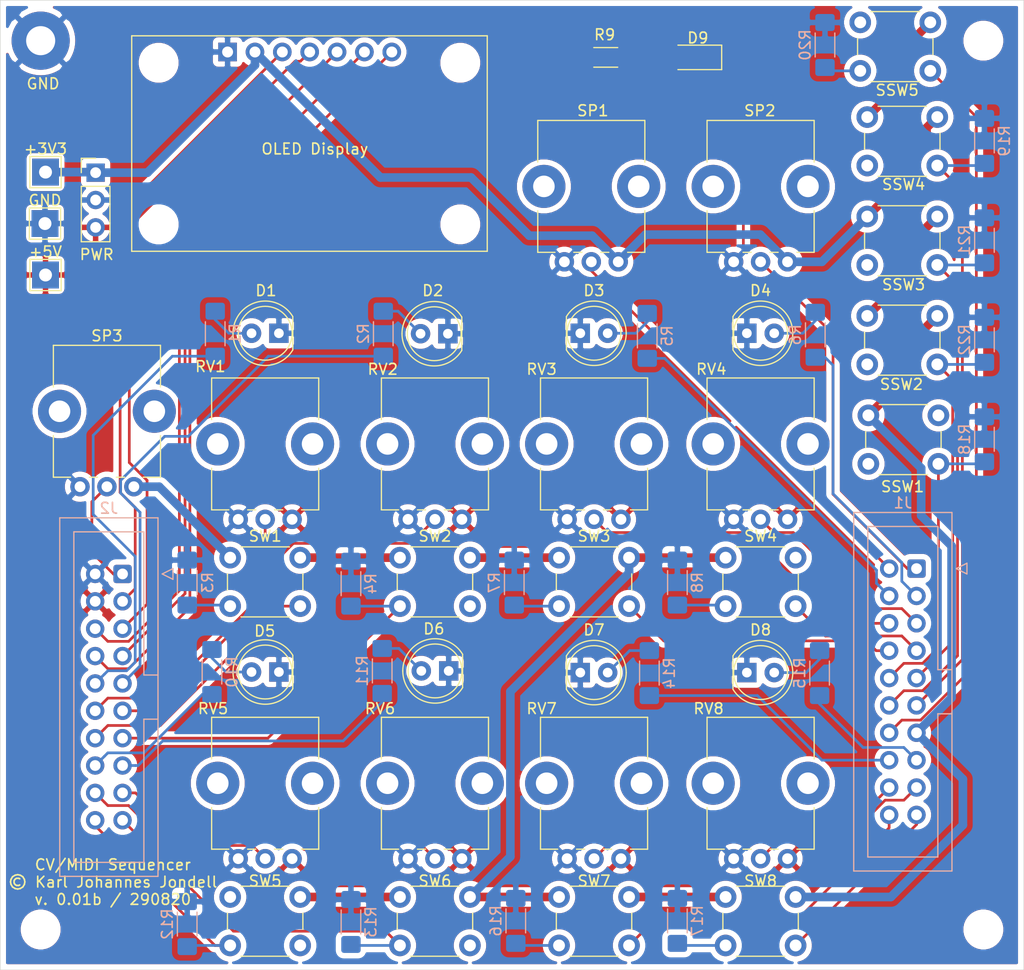
<source format=kicad_pcb>
(kicad_pcb (version 20171130) (host pcbnew "(5.1.6-0-10_14)")
  (layers (0 F.Cu signal hide) (31 B.Cu signal hide) (34 B.Paste user) (35 F.Paste user) (36 B.SilkS user) (37 F.SilkS user) (38 B.Mask user) (39 F.Mask user) (44 Edge.Cuts user))
  (net 0 "")
  (net 1 "Net-(D1-Pad2)")
  (net 2 GND)
  (net 3 "Net-(D2-Pad2)")
  (net 4 "Net-(D3-Pad2)")
  (net 5 "Net-(D4-Pad2)")
  (net 6 "Net-(D5-Pad2)")
  (net 7 "Net-(D6-Pad2)")
  (net 8 "Net-(D7-Pad2)")
  (net 9 "Net-(D8-Pad2)")
  (net 10 "Net-(D9-Pad2)")
  (net 11 L1)
  (net 12 L3)
  (net 13 L5)
  (net 14 L7)
  (net 15 R8)
  (net 16 R6)
  (net 17 R4)
  (net 18 R2)
  (net 19 L2)
  (net 20 L4)
  (net 21 L6)
  (net 22 L8)
  (net 23 R7)
  (net 24 R5)
  (net 25 R3)
  (net 26 R1)
  (net 27 B8)
  (net 28 B6)
  (net 29 B4)
  (net 30 B2)
  (net 31 B7)
  (net 32 B5)
  (net 33 B3)
  (net 34 B1)
  (net 35 +5V)
  (net 36 CLK)
  (net 37 +3V3)
  (net 38 MOSI)
  (net 39 DC)
  (net 40 RES)
  (net 41 CS)
  (net 42 SP3)
  (net 43 SP1)
  (net 44 SP2)
  (net 45 SSW1)
  (net 46 SSW5)
  (net 47 SSW3)
  (net 48 SSW4)
  (net 49 SSW2)
  (module LED_SMD:LED_1206_3216Metric_Pad1.42x1.75mm_HandSolder (layer F.Cu) (at 161.25 55.05 180)
    (fp_text reference D9 (at -0.25 1.8) (layer F.SilkS))
    (fp_text value LED)
    (pad 2 smd roundrect (at 1.4875 0 180) (size 1.425 1.75) (layers F.Cu F.Paste F.Mask) (roundrect_rratio 0.175439) (net 10 "Net-(D9-Pad2)"))
    (pad 1 smd roundrect (at -1.4875 0 180) (size 1.425 1.75) (layers F.Cu F.Paste F.Mask) (roundrect_rratio 0.175439) (net 2 GND))
  )
  (module TestPoint:TestPoint_THTPad_2.5x2.5mm_Drill1.2mm (layer F.Cu) (at 100.95 75.25)
    (fp_text reference +5V (at 0 -2.148) (layer F.SilkS))
    (fp_text value TestPoint)
    (pad 1 thru_hole rect (at 0 0) (size 2.5 2.5) (drill 1.2) (layers *.Cu *.Mask) (net 35 +5V))
  )
  (module TestPoint:TestPoint_THTPad_2.5x2.5mm_Drill1.2mm (layer F.Cu) (at 100.9 70.475)
    (fp_text reference GND (at 0 -2.148) (layer F.SilkS))
    (fp_text value TestPoint)
    (pad 1 thru_hole rect (at 0 0) (size 2.5 2.5) (drill 1.2) (layers *.Cu *.Mask) (net 2 GND))
  )
  (module TestPoint:TestPoint_THTPad_2.5x2.5mm_Drill1.2mm (layer F.Cu) (at 100.95 65.7)
    (fp_text reference +3V3 (at 0 -2.148) (layer F.SilkS))
    (fp_text value TestPoint)
    (pad 1 thru_hole rect (at 0 0) (size 2.5 2.5) (drill 1.2) (layers *.Cu *.Mask) (net 37 +3V3))
  )
  (module Connector_PinHeader_2.54mm:PinHeader_1x03_P2.54mm_Vertical (layer F.Cu) (at 105.6 65.75)
    (fp_text reference PWR (at 0.1 7.6) (layer F.SilkS))
    (fp_text value Conn_01x03_Female)
    (pad 3 thru_hole oval (at 0 5.08) (size 1.7 1.7) (drill 1) (layers *.Cu *.Mask) (net 35 +5V))
    (pad 2 thru_hole oval (at 0 2.54) (size 1.7 1.7) (drill 1) (layers *.Cu *.Mask) (net 2 GND))
    (pad 1 thru_hole rect (at 0 0) (size 1.7 1.7) (drill 1) (layers *.Cu *.Mask) (net 37 +3V3))
  )
  (module Potentiometer_THT:Potentiometer_Bourns_PTV09A-1_Single_Vertical (layer F.Cu) (at 123.838 97.93 90)
    (fp_text reference RV1 (at 14.18 -7.588 180) (layer F.SilkS))
    (fp_text value 100k)
    (pad 3 thru_hole circle (at 0 -5 90) (size 1.8 1.8) (drill 1) (layers *.Cu *.Mask) (net 2 GND))
    (pad 2 thru_hole circle (at 0 -2.5 90) (size 1.8 1.8) (drill 1) (layers *.Cu *.Mask) (net 26 R1))
    (pad 1 thru_hole circle (at 0 0 90) (size 1.8 1.8) (drill 1) (layers *.Cu *.Mask) (net 35 +5V))
    (pad "" np_thru_hole circle (at 7 -6.9 90) (size 4 4) (drill 2) (layers *.Cu *.Mask))
    (pad "" np_thru_hole circle (at 7 1.9 90) (size 4 4) (drill 2) (layers *.Cu *.Mask))
  )
  (module Connector_IDC:IDC-Header_2x10_P2.54mm_Vertical (layer B.Cu) (at 108.1 103 180)
    (fp_text reference J2 (at 1.27 6.1) (layer B.SilkS) (effects (justify mirror)))
    (fp_text value Conn_02x10_Counter_Clockwise)
    (pad 20 thru_hole circle (at 2.54 -22.86 180) (size 1.7 1.7) (drill 1) (layers *.Cu *.Mask) (net 32 B5))
    (pad 18 thru_hole circle (at 2.54 -20.32 180) (size 1.7 1.7) (drill 1) (layers *.Cu *.Mask) (net 24 R5))
    (pad 16 thru_hole circle (at 2.54 -17.78 180) (size 1.7 1.7) (drill 1) (layers *.Cu *.Mask) (net 13 L5))
    (pad 14 thru_hole circle (at 2.54 -15.24 180) (size 1.7 1.7) (drill 1) (layers *.Cu *.Mask) (net 34 B1))
    (pad 12 thru_hole circle (at 2.54 -12.7 180) (size 1.7 1.7) (drill 1) (layers *.Cu *.Mask) (net 26 R1))
    (pad 10 thru_hole circle (at 2.54 -10.16 180) (size 1.7 1.7) (drill 1) (layers *.Cu *.Mask) (net 11 L1))
    (pad 8 thru_hole circle (at 2.54 -7.62 180) (size 1.7 1.7) (drill 1) (layers *.Cu *.Mask) (net 41 CS))
    (pad 6 thru_hole circle (at 2.54 -5.08 180) (size 1.7 1.7) (drill 1) (layers *.Cu *.Mask) (net 40 RES))
    (pad 4 thru_hole circle (at 2.54 -2.54 180) (size 1.7 1.7) (drill 1) (layers *.Cu *.Mask) (net 35 +5V))
    (pad 2 thru_hole circle (at 2.54 0 180) (size 1.7 1.7) (drill 1) (layers *.Cu *.Mask) (net 2 GND))
    (pad 19 thru_hole circle (at 0 -22.86 180) (size 1.7 1.7) (drill 1) (layers *.Cu *.Mask) (net 28 B6))
    (pad 17 thru_hole circle (at 0 -20.32 180) (size 1.7 1.7) (drill 1) (layers *.Cu *.Mask) (net 16 R6))
    (pad 15 thru_hole circle (at 0 -17.78 180) (size 1.7 1.7) (drill 1) (layers *.Cu *.Mask) (net 21 L6))
    (pad 13 thru_hole circle (at 0 -15.24 180) (size 1.7 1.7) (drill 1) (layers *.Cu *.Mask) (net 30 B2))
    (pad 11 thru_hole circle (at 0 -12.7 180) (size 1.7 1.7) (drill 1) (layers *.Cu *.Mask) (net 18 R2))
    (pad 9 thru_hole circle (at 0 -10.16 180) (size 1.7 1.7) (drill 1) (layers *.Cu *.Mask) (net 19 L2))
    (pad 7 thru_hole circle (at 0 -7.62 180) (size 1.7 1.7) (drill 1) (layers *.Cu *.Mask) (net 39 DC))
    (pad 5 thru_hole circle (at 0 -5.08 180) (size 1.7 1.7) (drill 1) (layers *.Cu *.Mask) (net 38 MOSI))
    (pad 3 thru_hole circle (at 0 -2.54 180) (size 1.7 1.7) (drill 1) (layers *.Cu *.Mask) (net 36 CLK))
    (pad 1 thru_hole roundrect (at 0 0 180) (size 1.7 1.7) (drill 1) (layers *.Cu *.Mask) (roundrect_rratio 0.147059) (net 42 SP3))
  )
  (module Connector_IDC:IDC-Header_2x10_P2.54mm_Vertical (layer B.Cu) (at 181.796 102.502 180)
    (fp_text reference J1 (at 1.27 6.1) (layer B.SilkS) (effects (justify mirror)))
    (fp_text value Ribbon)
    (pad 1 thru_hole roundrect (at 0 0 180) (size 1.7 1.7) (drill 1) (layers *.Cu *.Mask) (roundrect_rratio 0.147059) (net 44 SP2))
    (pad 3 thru_hole circle (at 0 -2.54 180) (size 1.7 1.7) (drill 1) (layers *.Cu *.Mask) (net 20 L4))
    (pad 5 thru_hole circle (at 0 -5.08 180) (size 1.7 1.7) (drill 1) (layers *.Cu *.Mask) (net 17 R4))
    (pad 7 thru_hole circle (at 0 -7.62 180) (size 1.7 1.7) (drill 1) (layers *.Cu *.Mask) (net 29 B4))
    (pad 9 thru_hole circle (at 0 -10.16 180) (size 1.7 1.7) (drill 1) (layers *.Cu *.Mask) (net 48 SSW4))
    (pad 11 thru_hole circle (at 0 -12.7 180) (size 1.7 1.7) (drill 1) (layers *.Cu *.Mask) (net 46 SSW5))
    (pad 13 thru_hole circle (at 0 -15.24 180) (size 1.7 1.7) (drill 1) (layers *.Cu *.Mask) (net 37 +3V3))
    (pad 15 thru_hole circle (at 0 -17.78 180) (size 1.7 1.7) (drill 1) (layers *.Cu *.Mask) (net 22 L8))
    (pad 17 thru_hole circle (at 0 -20.32 180) (size 1.7 1.7) (drill 1) (layers *.Cu *.Mask) (net 15 R8))
    (pad 19 thru_hole circle (at 0 -22.86 180) (size 1.7 1.7) (drill 1) (layers *.Cu *.Mask) (net 27 B8))
    (pad 2 thru_hole circle (at 2.54 0 180) (size 1.7 1.7) (drill 1) (layers *.Cu *.Mask) (net 43 SP1))
    (pad 4 thru_hole circle (at 2.54 -2.54 180) (size 1.7 1.7) (drill 1) (layers *.Cu *.Mask) (net 12 L3))
    (pad 6 thru_hole circle (at 2.54 -5.08 180) (size 1.7 1.7) (drill 1) (layers *.Cu *.Mask) (net 25 R3))
    (pad 8 thru_hole circle (at 2.54 -7.62 180) (size 1.7 1.7) (drill 1) (layers *.Cu *.Mask) (net 33 B3))
    (pad 10 thru_hole circle (at 2.54 -10.16 180) (size 1.7 1.7) (drill 1) (layers *.Cu *.Mask) (net 45 SSW1))
    (pad 12 thru_hole circle (at 2.54 -12.7 180) (size 1.7 1.7) (drill 1) (layers *.Cu *.Mask) (net 47 SSW3))
    (pad 14 thru_hole circle (at 2.54 -15.24 180) (size 1.7 1.7) (drill 1) (layers *.Cu *.Mask) (net 49 SSW2))
    (pad 16 thru_hole circle (at 2.54 -17.78 180) (size 1.7 1.7) (drill 1) (layers *.Cu *.Mask) (net 14 L7))
    (pad 18 thru_hole circle (at 2.54 -20.32 180) (size 1.7 1.7) (drill 1) (layers *.Cu *.Mask) (net 23 R7))
    (pad 20 thru_hole circle (at 2.54 -22.86 180) (size 1.7 1.7) (drill 1) (layers *.Cu *.Mask) (net 31 B7))
  )
  (module Resistor_SMD:R_1806_4516Metric_Pad1.57x1.80mm_HandSolder (layer B.Cu) (at 172.8 112.2 270)
    (fp_text reference R15 (at 0 1.85 90) (layer B.SilkS) (effects (justify mirror)))
    (fp_text value R)
    (pad 2 smd roundrect (at 2.0875 0 270) (size 1.575 1.8) (layers B.Cu B.Paste B.Mask) (roundrect_rratio 0.15873) (net 22 L8))
    (pad 1 smd roundrect (at -2.0875 0 270) (size 1.575 1.8) (layers B.Cu B.Paste B.Mask) (roundrect_rratio 0.15873) (net 9 "Net-(D8-Pad2)"))
  )
  (module Resistor_SMD:R_1806_4516Metric_Pad1.57x1.80mm_HandSolder (layer B.Cu) (at 188.1 81.266666 270)
    (fp_text reference R22 (at 0 1.85 90) (layer B.SilkS) (effects (justify mirror)))
    (fp_text value R)
    (pad 2 smd roundrect (at 2.0875 0 270) (size 1.575 1.8) (layers B.Cu B.Paste B.Mask) (roundrect_rratio 0.15873) (net 48 SSW4))
    (pad 1 smd roundrect (at -2.0875 0 270) (size 1.575 1.8) (layers B.Cu B.Paste B.Mask) (roundrect_rratio 0.15873) (net 2 GND))
  )
  (module Resistor_SMD:R_1806_4516Metric_Pad1.57x1.80mm_HandSolder (layer B.Cu) (at 188.1 72.033333 270)
    (fp_text reference R21 (at 0 1.85 90) (layer B.SilkS) (effects (justify mirror)))
    (fp_text value R)
    (pad 2 smd roundrect (at 2.0875 0 270) (size 1.575 1.8) (layers B.Cu B.Paste B.Mask) (roundrect_rratio 0.15873) (net 47 SSW3))
    (pad 1 smd roundrect (at -2.0875 0 270) (size 1.575 1.8) (layers B.Cu B.Paste B.Mask) (roundrect_rratio 0.15873) (net 2 GND))
  )
  (module Resistor_SMD:R_1806_4516Metric_Pad1.57x1.80mm_HandSolder (layer B.Cu) (at 173.3 53.9 270)
    (fp_text reference R20 (at 0 1.85 90) (layer B.SilkS) (effects (justify mirror)))
    (fp_text value R)
    (pad 2 smd roundrect (at 2.0875 0 270) (size 1.575 1.8) (layers B.Cu B.Paste B.Mask) (roundrect_rratio 0.15873) (net 49 SSW2))
    (pad 1 smd roundrect (at -2.0875 0 270) (size 1.575 1.8) (layers B.Cu B.Paste B.Mask) (roundrect_rratio 0.15873) (net 2 GND))
  )
  (module Resistor_SMD:R_1806_4516Metric_Pad1.57x1.80mm_HandSolder (layer B.Cu) (at 188.1 62.8 90)
    (fp_text reference R19 (at 0 1.85 90) (layer B.SilkS) (effects (justify mirror)))
    (fp_text value R)
    (pad 2 smd roundrect (at 2.0875 0 90) (size 1.575 1.8) (layers B.Cu B.Paste B.Mask) (roundrect_rratio 0.15873) (net 2 GND))
    (pad 1 smd roundrect (at -2.0875 0 90) (size 1.575 1.8) (layers B.Cu B.Paste B.Mask) (roundrect_rratio 0.15873) (net 46 SSW5))
  )
  (module Resistor_SMD:R_1806_4516Metric_Pad1.57x1.80mm_HandSolder (layer B.Cu) (at 188.1 90.5 270)
    (fp_text reference R18 (at 0 1.85 90) (layer B.SilkS) (effects (justify mirror)))
    (fp_text value R)
    (pad 2 smd roundrect (at 2.0875 0 270) (size 1.575 1.8) (layers B.Cu B.Paste B.Mask) (roundrect_rratio 0.15873) (net 45 SSW1))
    (pad 1 smd roundrect (at -2.0875 0 270) (size 1.575 1.8) (layers B.Cu B.Paste B.Mask) (roundrect_rratio 0.15873) (net 2 GND))
  )
  (module Display:OLED_SPI_128x32 (layer F.Cu) (at 125.95 63.05)
    (fp_text reference "OLED Display" (at 0 0.5) (layer F.SilkS))
    (fp_text value OLED)
    (pad "" np_thru_hole circle (at 13.5 7.5) (size 2.7 2.7) (drill 2.7) (layers *.Cu *.Mask))
    (pad "" np_thru_hole circle (at 13.5 -7.5) (size 2.7 2.7) (drill 2.7) (layers *.Cu *.Mask))
    (pad "" np_thru_hole circle (at -14.5 7.5) (size 2.7 2.7) (drill 2.7) (layers *.Cu *.Mask))
    (pad "" np_thru_hole circle (at -14.5 -7.5) (size 2.7 2.7) (drill 2.7) (layers *.Cu *.Mask))
    (pad 7 thru_hole oval (at 7.14 -8.5 90) (size 1.7272 1.7272) (drill 1.016) (layers *.Cu *.Mask) (net 41 CS))
    (pad 5 thru_hole oval (at 2.06 -8.5 90) (size 1.7272 1.7272) (drill 1.016) (layers *.Cu *.Mask) (net 40 RES))
    (pad 6 thru_hole oval (at 4.6 -8.5 90) (size 1.7272 1.7272) (drill 1.016) (layers *.Cu *.Mask) (net 39 DC))
    (pad 1 thru_hole rect (at -8.1 -8.5 90) (size 1.7272 1.7272) (drill 1.016) (layers *.Cu *.Mask) (net 2 GND))
    (pad 4 thru_hole oval (at -0.48 -8.5 90) (size 1.7272 1.7272) (drill 1.016) (layers *.Cu *.Mask) (net 38 MOSI))
    (pad 2 thru_hole oval (at -5.56 -8.5 90) (size 1.7272 1.7272) (drill 1.016) (layers *.Cu *.Mask) (net 37 +3V3))
    (pad 3 thru_hole oval (at -3.02 -8.5 90) (size 1.7272 1.7272) (drill 1.016) (layers *.Cu *.Mask) (net 36 CLK))
  )
  (module Potentiometer_THT:Potentiometer_Bourns_PTV09A-1_Single_Vertical (layer F.Cu) (at 109.15 94.9 90)
    (fp_text reference SP3 (at 14 -2.5 180) (layer F.SilkS))
    (fp_text value R_POT)
    (pad 3 thru_hole circle (at 0 -5 90) (size 1.8 1.8) (drill 1) (layers *.Cu *.Mask) (net 2 GND))
    (pad 2 thru_hole circle (at 0 -2.5 90) (size 1.8 1.8) (drill 1) (layers *.Cu *.Mask) (net 42 SP3))
    (pad 1 thru_hole circle (at 0 0 90) (size 1.8 1.8) (drill 1) (layers *.Cu *.Mask) (net 37 +3V3))
    (pad "" np_thru_hole circle (at 7 -6.9 90) (size 4 4) (drill 2) (layers *.Cu *.Mask))
    (pad "" np_thru_hole circle (at 7 1.9 90) (size 4 4) (drill 2) (layers *.Cu *.Mask))
  )
  (module Potentiometer_THT:Potentiometer_Bourns_PTV09A-1_Single_Vertical (layer F.Cu) (at 169.823 74.026 90)
    (fp_text reference SP2 (at 14.026 -2.573 180) (layer F.SilkS))
    (fp_text value R_POT)
    (pad "" np_thru_hole circle (at 7 1.9 90) (size 4 4) (drill 2) (layers *.Cu *.Mask))
    (pad "" np_thru_hole circle (at 7 -6.9 90) (size 4 4) (drill 2) (layers *.Cu *.Mask))
    (pad 1 thru_hole circle (at 0 0 90) (size 1.8 1.8) (drill 1) (layers *.Cu *.Mask) (net 37 +3V3))
    (pad 2 thru_hole circle (at 0 -2.5 90) (size 1.8 1.8) (drill 1) (layers *.Cu *.Mask) (net 44 SP2))
    (pad 3 thru_hole circle (at 0 -5 90) (size 1.8 1.8) (drill 1) (layers *.Cu *.Mask) (net 2 GND))
  )
  (module Potentiometer_THT:Potentiometer_Bourns_PTV09A-1_Single_Vertical (layer F.Cu) (at 154.11 74.026 90)
    (fp_text reference SP1 (at 14.026 -2.36 180) (layer F.SilkS))
    (fp_text value R_POT)
    (pad 3 thru_hole circle (at 0 -5 90) (size 1.8 1.8) (drill 1) (layers *.Cu *.Mask) (net 2 GND))
    (pad 2 thru_hole circle (at 0 -2.5 90) (size 1.8 1.8) (drill 1) (layers *.Cu *.Mask) (net 43 SP1))
    (pad 1 thru_hole circle (at 0 0 90) (size 1.8 1.8) (drill 1) (layers *.Cu *.Mask) (net 37 +3V3))
    (pad "" np_thru_hole circle (at 7 -6.9 90) (size 4 4) (drill 2) (layers *.Cu *.Mask))
    (pad "" np_thru_hole circle (at 7 1.9 90) (size 4 4) (drill 2) (layers *.Cu *.Mask))
  )
  (module Potentiometer_THT:Potentiometer_Bourns_PTV09A-1_Single_Vertical (layer F.Cu) (at 169.823 129.426 90)
    (fp_text reference RV8 (at 13.926 -7.323 180) (layer F.SilkS))
    (fp_text value 100k)
    (pad "" np_thru_hole circle (at 7 1.9 90) (size 4 4) (drill 2) (layers *.Cu *.Mask))
    (pad "" np_thru_hole circle (at 7 -6.9 90) (size 4 4) (drill 2) (layers *.Cu *.Mask))
    (pad 1 thru_hole circle (at 0 0 90) (size 1.8 1.8) (drill 1) (layers *.Cu *.Mask) (net 35 +5V))
    (pad 2 thru_hole circle (at 0 -2.5 90) (size 1.8 1.8) (drill 1) (layers *.Cu *.Mask) (net 15 R8))
    (pad 3 thru_hole circle (at 0 -5 90) (size 1.8 1.8) (drill 1) (layers *.Cu *.Mask) (net 2 GND))
  )
  (module Potentiometer_THT:Potentiometer_Bourns_PTV09A-1_Single_Vertical (layer F.Cu) (at 154.364 129.426 90)
    (fp_text reference RV7 (at 13.926 -7.364 180) (layer F.SilkS))
    (fp_text value 100k)
    (pad 3 thru_hole circle (at 0 -5 90) (size 1.8 1.8) (drill 1) (layers *.Cu *.Mask) (net 2 GND))
    (pad 2 thru_hole circle (at 0 -2.5 90) (size 1.8 1.8) (drill 1) (layers *.Cu *.Mask) (net 23 R7))
    (pad 1 thru_hole circle (at 0 0 90) (size 1.8 1.8) (drill 1) (layers *.Cu *.Mask) (net 35 +5V))
    (pad "" np_thru_hole circle (at 7 -6.9 90) (size 4 4) (drill 2) (layers *.Cu *.Mask))
    (pad "" np_thru_hole circle (at 7 1.9 90) (size 4 4) (drill 2) (layers *.Cu *.Mask))
  )
  (module Potentiometer_THT:Potentiometer_Bourns_PTV09A-1_Single_Vertical (layer F.Cu) (at 139.597 129.426 90)
    (fp_text reference RV6 (at 13.926 -7.597 180) (layer F.SilkS))
    (fp_text value 100k)
    (pad 3 thru_hole circle (at 0 -5 90) (size 1.8 1.8) (drill 1) (layers *.Cu *.Mask) (net 2 GND))
    (pad 2 thru_hole circle (at 0 -2.5 90) (size 1.8 1.8) (drill 1) (layers *.Cu *.Mask) (net 16 R6))
    (pad 1 thru_hole circle (at 0 0 90) (size 1.8 1.8) (drill 1) (layers *.Cu *.Mask) (net 35 +5V))
    (pad "" np_thru_hole circle (at 7 -6.9 90) (size 4 4) (drill 2) (layers *.Cu *.Mask))
    (pad "" np_thru_hole circle (at 7 1.9 90) (size 4 4) (drill 2) (layers *.Cu *.Mask))
  )
  (module Potentiometer_THT:Potentiometer_Bourns_PTV09A-1_Single_Vertical (layer F.Cu) (at 123.838 129.426 90)
    (fp_text reference RV5 (at 13.926 -7.338 180) (layer F.SilkS))
    (fp_text value 100k)
    (pad 3 thru_hole circle (at 0 -5 90) (size 1.8 1.8) (drill 1) (layers *.Cu *.Mask) (net 2 GND))
    (pad 2 thru_hole circle (at 0 -2.5 90) (size 1.8 1.8) (drill 1) (layers *.Cu *.Mask) (net 24 R5))
    (pad 1 thru_hole circle (at 0 0 90) (size 1.8 1.8) (drill 1) (layers *.Cu *.Mask) (net 35 +5V))
    (pad "" np_thru_hole circle (at 7 -6.9 90) (size 4 4) (drill 2) (layers *.Cu *.Mask))
    (pad "" np_thru_hole circle (at 7 1.9 90) (size 4 4) (drill 2) (layers *.Cu *.Mask))
  )
  (module Potentiometer_THT:Potentiometer_Bourns_PTV09A-1_Single_Vertical (layer F.Cu) (at 169.823 97.93 90)
    (fp_text reference RV4 (at 13.93 -7.073 180) (layer F.SilkS))
    (fp_text value 100k)
    (pad "" np_thru_hole circle (at 7 1.9 90) (size 4 4) (drill 2) (layers *.Cu *.Mask))
    (pad "" np_thru_hole circle (at 7 -6.9 90) (size 4 4) (drill 2) (layers *.Cu *.Mask))
    (pad 1 thru_hole circle (at 0 0 90) (size 1.8 1.8) (drill 1) (layers *.Cu *.Mask) (net 35 +5V))
    (pad 2 thru_hole circle (at 0 -2.5 90) (size 1.8 1.8) (drill 1) (layers *.Cu *.Mask) (net 17 R4))
    (pad 3 thru_hole circle (at 0 -5 90) (size 1.8 1.8) (drill 1) (layers *.Cu *.Mask) (net 2 GND))
  )
  (module Potentiometer_THT:Potentiometer_Bourns_PTV09A-1_Single_Vertical (layer F.Cu) (at 154.364 97.93 90)
    (fp_text reference RV3 (at 13.93 -7.364 180) (layer F.SilkS))
    (fp_text value 100k)
    (pad 3 thru_hole circle (at 0 -5 90) (size 1.8 1.8) (drill 1) (layers *.Cu *.Mask) (net 2 GND))
    (pad 2 thru_hole circle (at 0 -2.5 90) (size 1.8 1.8) (drill 1) (layers *.Cu *.Mask) (net 25 R3))
    (pad 1 thru_hole circle (at 0 0 90) (size 1.8 1.8) (drill 1) (layers *.Cu *.Mask) (net 35 +5V))
    (pad "" np_thru_hole circle (at 7 -6.9 90) (size 4 4) (drill 2) (layers *.Cu *.Mask))
    (pad "" np_thru_hole circle (at 7 1.9 90) (size 4 4) (drill 2) (layers *.Cu *.Mask))
  )
  (module Potentiometer_THT:Potentiometer_Bourns_PTV09A-1_Single_Vertical (layer F.Cu) (at 139.597 97.93 90)
    (fp_text reference RV2 (at 13.93 -7.347 180) (layer F.SilkS))
    (fp_text value 100k)
    (pad 3 thru_hole circle (at 0 -5 90) (size 1.8 1.8) (drill 1) (layers *.Cu *.Mask) (net 2 GND))
    (pad 2 thru_hole circle (at 0 -2.5 90) (size 1.8 1.8) (drill 1) (layers *.Cu *.Mask) (net 18 R2))
    (pad 1 thru_hole circle (at 0 0 90) (size 1.8 1.8) (drill 1) (layers *.Cu *.Mask) (net 35 +5V))
    (pad "" np_thru_hole circle (at 7 -6.9 90) (size 4 4) (drill 2) (layers *.Cu *.Mask))
    (pad "" np_thru_hole circle (at 7 1.9 90) (size 4 4) (drill 2) (layers *.Cu *.Mask))
  )
  (module Button_Switch_THT:SW_PUSH_6mm_H5mm (layer F.Cu) (at 183.073 56.3 180)
    (fp_text reference SSW5 (at 3.073 -1.8) (layer F.SilkS))
    (fp_text value SW_Push)
    (pad 2 thru_hole circle (at 0 4.5 270) (size 2 2) (drill 1.1) (layers *.Cu *.Mask) (net 37 +3V3))
    (pad 1 thru_hole circle (at 0 0 270) (size 2 2) (drill 1.1) (layers *.Cu *.Mask) (net 49 SSW2))
    (pad 2 thru_hole circle (at 6.5 4.5 270) (size 2 2) (drill 1.1) (layers *.Cu *.Mask) (net 37 +3V3))
    (pad 1 thru_hole circle (at 6.5 0 270) (size 2 2) (drill 1.1) (layers *.Cu *.Mask) (net 49 SSW2))
  )
  (module Button_Switch_THT:SW_PUSH_6mm_H5mm (layer F.Cu) (at 177.328 88.278)
    (fp_text reference SSW1 (at 3.172 6.622) (layer F.SilkS))
    (fp_text value SW_Push)
    (pad 1 thru_hole circle (at 6.5 0 90) (size 2 2) (drill 1.1) (layers *.Cu *.Mask) (net 37 +3V3))
    (pad 2 thru_hole circle (at 6.5 4.5 90) (size 2 2) (drill 1.1) (layers *.Cu *.Mask) (net 45 SSW1))
    (pad 1 thru_hole circle (at 0 0 90) (size 2 2) (drill 1.1) (layers *.Cu *.Mask) (net 37 +3V3))
    (pad 2 thru_hole circle (at 0 4.5 90) (size 2 2) (drill 1.1) (layers *.Cu *.Mask) (net 45 SSW1))
  )
  (module Button_Switch_THT:SW_PUSH_6mm_H5mm (layer F.Cu) (at 177.224 69.820666)
    (fp_text reference SSW3 (at 3.376 6.329334) (layer F.SilkS))
    (fp_text value SW_Push)
    (pad 1 thru_hole circle (at 6.5 0 90) (size 2 2) (drill 1.1) (layers *.Cu *.Mask) (net 37 +3V3))
    (pad 2 thru_hole circle (at 6.5 4.5 90) (size 2 2) (drill 1.1) (layers *.Cu *.Mask) (net 47 SSW3))
    (pad 1 thru_hole circle (at 0 0 90) (size 2 2) (drill 1.1) (layers *.Cu *.Mask) (net 37 +3V3))
    (pad 2 thru_hole circle (at 0 4.5 90) (size 2 2) (drill 1.1) (layers *.Cu *.Mask) (net 47 SSW3))
  )
  (module Button_Switch_THT:SW_PUSH_6mm_H5mm (layer F.Cu) (at 177.224 79.049332)
    (fp_text reference SSW2 (at 3.176 6.350668) (layer F.SilkS))
    (fp_text value SW_Push)
    (pad 1 thru_hole circle (at 6.5 0 90) (size 2 2) (drill 1.1) (layers *.Cu *.Mask) (net 37 +3V3))
    (pad 2 thru_hole circle (at 6.5 4.5 90) (size 2 2) (drill 1.1) (layers *.Cu *.Mask) (net 48 SSW4))
    (pad 1 thru_hole circle (at 0 0 90) (size 2 2) (drill 1.1) (layers *.Cu *.Mask) (net 37 +3V3))
    (pad 2 thru_hole circle (at 0 4.5 90) (size 2 2) (drill 1.1) (layers *.Cu *.Mask) (net 48 SSW4))
  )
  (module Button_Switch_THT:SW_PUSH_6mm_H5mm (layer F.Cu) (at 177.224 60.592)
    (fp_text reference SSW4 (at 3.376 6.258) (layer F.SilkS))
    (fp_text value SW_Push)
    (pad 1 thru_hole circle (at 6.5 0 90) (size 2 2) (drill 1.1) (layers *.Cu *.Mask) (net 37 +3V3))
    (pad 2 thru_hole circle (at 6.5 4.5 90) (size 2 2) (drill 1.1) (layers *.Cu *.Mask) (net 46 SSW5))
    (pad 1 thru_hole circle (at 0 0 90) (size 2 2) (drill 1.1) (layers *.Cu *.Mask) (net 37 +3V3))
    (pad 2 thru_hole circle (at 0 4.5 90) (size 2 2) (drill 1.1) (layers *.Cu *.Mask) (net 46 SSW5))
  )
  (module Button_Switch_THT:SW_PUSH_6mm_H5mm (layer F.Cu) (at 164.073 132.982)
    (fp_text reference SW8 (at 3.25 -1.482) (layer F.SilkS))
    (fp_text value SW_Push)
    (pad 2 thru_hole circle (at 0 4.5 90) (size 2 2) (drill 1.1) (layers *.Cu *.Mask) (net 27 B8))
    (pad 1 thru_hole circle (at 0 0 90) (size 2 2) (drill 1.1) (layers *.Cu *.Mask) (net 37 +3V3))
    (pad 2 thru_hole circle (at 6.5 4.5 90) (size 2 2) (drill 1.1) (layers *.Cu *.Mask) (net 27 B8))
    (pad 1 thru_hole circle (at 6.5 0 90) (size 2 2) (drill 1.1) (layers *.Cu *.Mask) (net 37 +3V3))
  )
  (module Button_Switch_THT:SW_PUSH_6mm_H5mm (layer F.Cu) (at 148.614 132.982)
    (fp_text reference SW7 (at 3.25 -1.482) (layer F.SilkS))
    (fp_text value SW_Push)
    (pad 1 thru_hole circle (at 6.5 0 90) (size 2 2) (drill 1.1) (layers *.Cu *.Mask) (net 37 +3V3))
    (pad 2 thru_hole circle (at 6.5 4.5 90) (size 2 2) (drill 1.1) (layers *.Cu *.Mask) (net 31 B7))
    (pad 1 thru_hole circle (at 0 0 90) (size 2 2) (drill 1.1) (layers *.Cu *.Mask) (net 37 +3V3))
    (pad 2 thru_hole circle (at 0 4.5 90) (size 2 2) (drill 1.1) (layers *.Cu *.Mask) (net 31 B7))
  )
  (module Button_Switch_THT:SW_PUSH_6mm_H5mm (layer F.Cu) (at 133.847 132.982)
    (fp_text reference SW6 (at 3.25 -1.482) (layer F.SilkS))
    (fp_text value SW_Push)
    (pad 1 thru_hole circle (at 6.5 0 90) (size 2 2) (drill 1.1) (layers *.Cu *.Mask) (net 37 +3V3))
    (pad 2 thru_hole circle (at 6.5 4.5 90) (size 2 2) (drill 1.1) (layers *.Cu *.Mask) (net 28 B6))
    (pad 1 thru_hole circle (at 0 0 90) (size 2 2) (drill 1.1) (layers *.Cu *.Mask) (net 37 +3V3))
    (pad 2 thru_hole circle (at 0 4.5 90) (size 2 2) (drill 1.1) (layers *.Cu *.Mask) (net 28 B6))
  )
  (module Button_Switch_THT:SW_PUSH_6mm_H5mm (layer F.Cu) (at 118.088 132.982)
    (fp_text reference SW5 (at 3.25 -1.482) (layer F.SilkS))
    (fp_text value SW_Push)
    (pad 1 thru_hole circle (at 6.5 0 90) (size 2 2) (drill 1.1) (layers *.Cu *.Mask) (net 37 +3V3))
    (pad 2 thru_hole circle (at 6.5 4.5 90) (size 2 2) (drill 1.1) (layers *.Cu *.Mask) (net 32 B5))
    (pad 1 thru_hole circle (at 0 0 90) (size 2 2) (drill 1.1) (layers *.Cu *.Mask) (net 37 +3V3))
    (pad 2 thru_hole circle (at 0 4.5 90) (size 2 2) (drill 1.1) (layers *.Cu *.Mask) (net 32 B5))
  )
  (module Button_Switch_THT:SW_PUSH_6mm_H5mm (layer F.Cu) (at 164.073 101.486)
    (fp_text reference SW4 (at 3.25 -2) (layer F.SilkS))
    (fp_text value SW_Push)
    (pad 2 thru_hole circle (at 0 4.5 90) (size 2 2) (drill 1.1) (layers *.Cu *.Mask) (net 29 B4))
    (pad 1 thru_hole circle (at 0 0 90) (size 2 2) (drill 1.1) (layers *.Cu *.Mask) (net 37 +3V3))
    (pad 2 thru_hole circle (at 6.5 4.5 90) (size 2 2) (drill 1.1) (layers *.Cu *.Mask) (net 29 B4))
    (pad 1 thru_hole circle (at 6.5 0 90) (size 2 2) (drill 1.1) (layers *.Cu *.Mask) (net 37 +3V3))
  )
  (module Button_Switch_THT:SW_PUSH_6mm_H5mm (layer F.Cu) (at 148.614 101.486)
    (fp_text reference SW3 (at 3.25 -2) (layer F.SilkS))
    (fp_text value SW_Push)
    (pad 1 thru_hole circle (at 6.5 0 90) (size 2 2) (drill 1.1) (layers *.Cu *.Mask) (net 37 +3V3))
    (pad 2 thru_hole circle (at 6.5 4.5 90) (size 2 2) (drill 1.1) (layers *.Cu *.Mask) (net 33 B3))
    (pad 1 thru_hole circle (at 0 0 90) (size 2 2) (drill 1.1) (layers *.Cu *.Mask) (net 37 +3V3))
    (pad 2 thru_hole circle (at 0 4.5 90) (size 2 2) (drill 1.1) (layers *.Cu *.Mask) (net 33 B3))
  )
  (module Button_Switch_THT:SW_PUSH_6mm_H5mm (layer F.Cu) (at 133.847 101.486)
    (fp_text reference SW2 (at 3.25 -2) (layer F.SilkS))
    (fp_text value SW_Push)
    (pad 1 thru_hole circle (at 6.5 0 90) (size 2 2) (drill 1.1) (layers *.Cu *.Mask) (net 37 +3V3))
    (pad 2 thru_hole circle (at 6.5 4.5 90) (size 2 2) (drill 1.1) (layers *.Cu *.Mask) (net 30 B2))
    (pad 1 thru_hole circle (at 0 0 90) (size 2 2) (drill 1.1) (layers *.Cu *.Mask) (net 37 +3V3))
    (pad 2 thru_hole circle (at 0 4.5 90) (size 2 2) (drill 1.1) (layers *.Cu *.Mask) (net 30 B2))
  )
  (module Button_Switch_THT:SW_PUSH_6mm_H5mm (layer F.Cu) (at 118.088 101.486)
    (fp_text reference SW1 (at 3.25 -2) (layer F.SilkS))
    (fp_text value SW_Push)
    (pad 1 thru_hole circle (at 6.5 0 90) (size 2 2) (drill 1.1) (layers *.Cu *.Mask) (net 37 +3V3))
    (pad 2 thru_hole circle (at 6.5 4.5 90) (size 2 2) (drill 1.1) (layers *.Cu *.Mask) (net 34 B1))
    (pad 1 thru_hole circle (at 0 0 90) (size 2 2) (drill 1.1) (layers *.Cu *.Mask) (net 37 +3V3))
    (pad 2 thru_hole circle (at 0 4.5 90) (size 2 2) (drill 1.1) (layers *.Cu *.Mask) (net 34 B1))
  )
  (module Resistor_SMD:R_1806_4516Metric_Pad1.57x1.80mm_HandSolder (layer B.Cu) (at 159.6 135.2 90)
    (fp_text reference R17 (at 0 1.85 90) (layer B.SilkS) (effects (justify mirror)))
    (fp_text value R)
    (pad 2 smd roundrect (at 2.0875 0 90) (size 1.575 1.8) (layers B.Cu B.Paste B.Mask) (roundrect_rratio 0.15873) (net 2 GND))
    (pad 1 smd roundrect (at -2.0875 0 90) (size 1.575 1.8) (layers B.Cu B.Paste B.Mask) (roundrect_rratio 0.15873) (net 27 B8))
  )
  (module Resistor_SMD:R_1806_4516Metric_Pad1.57x1.80mm_HandSolder (layer B.Cu) (at 144.6 135.2 270)
    (fp_text reference R16 (at 0 1.85 90) (layer B.SilkS) (effects (justify mirror)))
    (fp_text value R)
    (pad 2 smd roundrect (at 2.0875 0 270) (size 1.575 1.8) (layers B.Cu B.Paste B.Mask) (roundrect_rratio 0.15873) (net 31 B7))
    (pad 1 smd roundrect (at -2.0875 0 270) (size 1.575 1.8) (layers B.Cu B.Paste B.Mask) (roundrect_rratio 0.15873) (net 2 GND))
  )
  (module Resistor_SMD:R_1806_4516Metric_Pad1.57x1.80mm_HandSolder (layer B.Cu) (at 157 112.2 90)
    (fp_text reference R14 (at 0 1.85 90) (layer B.SilkS) (effects (justify mirror)))
    (fp_text value R)
    (pad 2 smd roundrect (at 2.0875 0 90) (size 1.575 1.8) (layers B.Cu B.Paste B.Mask) (roundrect_rratio 0.15873) (net 8 "Net-(D7-Pad2)"))
    (pad 1 smd roundrect (at -2.0875 0 90) (size 1.575 1.8) (layers B.Cu B.Paste B.Mask) (roundrect_rratio 0.15873) (net 14 L7))
  )
  (module Resistor_SMD:R_1806_4516Metric_Pad1.57x1.80mm_HandSolder (layer B.Cu) (at 129.3 135.3 90)
    (fp_text reference R13 (at 0 1.85 90) (layer B.SilkS) (effects (justify mirror)))
    (fp_text value R)
    (pad 1 smd roundrect (at -2.0875 0 90) (size 1.575 1.8) (layers B.Cu B.Paste B.Mask) (roundrect_rratio 0.15873) (net 28 B6))
    (pad 2 smd roundrect (at 2.0875 0 90) (size 1.575 1.8) (layers B.Cu B.Paste B.Mask) (roundrect_rratio 0.15873) (net 2 GND))
  )
  (module Resistor_SMD:R_1806_4516Metric_Pad1.57x1.80mm_HandSolder (layer B.Cu) (at 114.1 135.5 270)
    (fp_text reference R12 (at 0 1.85 90) (layer B.SilkS) (effects (justify mirror)))
    (fp_text value R)
    (pad 2 smd roundrect (at 2.0875 0 270) (size 1.575 1.8) (layers B.Cu B.Paste B.Mask) (roundrect_rratio 0.15873) (net 32 B5))
    (pad 1 smd roundrect (at -2.0875 0 270) (size 1.575 1.8) (layers B.Cu B.Paste B.Mask) (roundrect_rratio 0.15873) (net 2 GND))
  )
  (module Resistor_SMD:R_1806_4516Metric_Pad1.57x1.80mm_HandSolder (layer B.Cu) (at 132.2 112 270)
    (fp_text reference R11 (at 0 1.85 90) (layer B.SilkS) (effects (justify mirror)))
    (fp_text value R)
    (pad 2 smd roundrect (at 2.0875 0 270) (size 1.575 1.8) (layers B.Cu B.Paste B.Mask) (roundrect_rratio 0.15873) (net 21 L6))
    (pad 1 smd roundrect (at -2.0875 0 270) (size 1.575 1.8) (layers B.Cu B.Paste B.Mask) (roundrect_rratio 0.15873) (net 7 "Net-(D6-Pad2)"))
  )
  (module Resistor_SMD:R_1806_4516Metric_Pad1.57x1.80mm_HandSolder (layer B.Cu) (at 116.4 112.1 90)
    (fp_text reference R10 (at 0 1.85 90) (layer B.SilkS) (effects (justify mirror)))
    (fp_text value R)
    (pad 2 smd roundrect (at 2.0875 0 90) (size 1.575 1.8) (layers B.Cu B.Paste B.Mask) (roundrect_rratio 0.15873) (net 6 "Net-(D5-Pad2)"))
    (pad 1 smd roundrect (at -2.0875 0 90) (size 1.575 1.8) (layers B.Cu B.Paste B.Mask) (roundrect_rratio 0.15873) (net 13 L5))
  )
  (module Resistor_SMD:R_1806_4516Metric_Pad1.57x1.80mm_HandSolder (layer F.Cu) (at 152.95 55.05 180)
    (fp_text reference R9 (at 0.1 2.1) (layer F.SilkS))
    (fp_text value R)
    (pad 2 smd roundrect (at 2.0875 0 180) (size 1.575 1.8) (layers F.Cu F.Paste F.Mask) (roundrect_rratio 0.15873) (net 35 +5V))
    (pad 1 smd roundrect (at -2.0875 0 180) (size 1.575 1.8) (layers F.Cu F.Paste F.Mask) (roundrect_rratio 0.15873) (net 10 "Net-(D9-Pad2)"))
  )
  (module Resistor_SMD:R_1806_4516Metric_Pad1.57x1.80mm_HandSolder (layer B.Cu) (at 159.6 103.8 90)
    (fp_text reference R8 (at 0 1.85 90) (layer B.SilkS) (effects (justify mirror)))
    (fp_text value R)
    (pad 2 smd roundrect (at 2.0875 0 90) (size 1.575 1.8) (layers B.Cu B.Paste B.Mask) (roundrect_rratio 0.15873) (net 2 GND))
    (pad 1 smd roundrect (at -2.0875 0 90) (size 1.575 1.8) (layers B.Cu B.Paste B.Mask) (roundrect_rratio 0.15873) (net 29 B4))
  )
  (module Resistor_SMD:R_1806_4516Metric_Pad1.57x1.80mm_HandSolder (layer B.Cu) (at 144.458 103.8 270)
    (fp_text reference R7 (at 0 1.85 90) (layer B.SilkS) (effects (justify mirror)))
    (fp_text value R)
    (pad 1 smd roundrect (at -2.0875 0 270) (size 1.575 1.8) (layers B.Cu B.Paste B.Mask) (roundrect_rratio 0.15873) (net 2 GND))
    (pad 2 smd roundrect (at 2.0875 0 270) (size 1.575 1.8) (layers B.Cu B.Paste B.Mask) (roundrect_rratio 0.15873) (net 33 B3))
  )
  (module Resistor_SMD:R_1806_4516Metric_Pad1.57x1.80mm_HandSolder (layer B.Cu) (at 172.4 80.8 270)
    (fp_text reference R6 (at 0 1.85 90) (layer B.SilkS) (effects (justify mirror)))
    (fp_text value R)
    (pad 1 smd roundrect (at -2.0875 0 270) (size 1.575 1.8) (layers B.Cu B.Paste B.Mask) (roundrect_rratio 0.15873) (net 5 "Net-(D4-Pad2)"))
    (pad 2 smd roundrect (at 2.0875 0 270) (size 1.575 1.8) (layers B.Cu B.Paste B.Mask) (roundrect_rratio 0.15873) (net 20 L4))
  )
  (module Resistor_SMD:R_1806_4516Metric_Pad1.57x1.80mm_HandSolder (layer B.Cu) (at 156.8 80.9 90)
    (fp_text reference R5 (at 0 1.85 90) (layer B.SilkS) (effects (justify mirror)))
    (fp_text value R)
    (pad 2 smd roundrect (at 2.0875 0 90) (size 1.575 1.8) (layers B.Cu B.Paste B.Mask) (roundrect_rratio 0.15873) (net 4 "Net-(D3-Pad2)"))
    (pad 1 smd roundrect (at -2.0875 0 90) (size 1.575 1.8) (layers B.Cu B.Paste B.Mask) (roundrect_rratio 0.15873) (net 12 L3))
  )
  (module Resistor_SMD:R_1806_4516Metric_Pad1.57x1.80mm_HandSolder (layer B.Cu) (at 129.3 103.9 90)
    (fp_text reference R4 (at 0 1.85 90) (layer B.SilkS) (effects (justify mirror)))
    (fp_text value R)
    (pad 2 smd roundrect (at 2.0875 0 90) (size 1.575 1.8) (layers B.Cu B.Paste B.Mask) (roundrect_rratio 0.15873) (net 2 GND))
    (pad 1 smd roundrect (at -2.0875 0 90) (size 1.575 1.8) (layers B.Cu B.Paste B.Mask) (roundrect_rratio 0.15873) (net 30 B2))
  )
  (module Resistor_SMD:R_1806_4516Metric_Pad1.57x1.80mm_HandSolder (layer B.Cu) (at 114.1 103.8 270)
    (fp_text reference R3 (at 0 -1.9 90) (layer B.SilkS) (effects (justify mirror)))
    (fp_text value R)
    (pad 2 smd roundrect (at 2.0875 0 270) (size 1.575 1.8) (layers B.Cu B.Paste B.Mask) (roundrect_rratio 0.15873) (net 34 B1))
    (pad 1 smd roundrect (at -2.0875 0 270) (size 1.575 1.8) (layers B.Cu B.Paste B.Mask) (roundrect_rratio 0.15873) (net 2 GND))
  )
  (module Resistor_SMD:R_1806_4516Metric_Pad1.57x1.80mm_HandSolder (layer B.Cu) (at 132.3 80.7 270)
    (fp_text reference R2 (at 0 1.85 90) (layer B.SilkS) (effects (justify mirror)))
    (fp_text value R)
    (pad 2 smd roundrect (at 2.0875 0 270) (size 1.575 1.8) (layers B.Cu B.Paste B.Mask) (roundrect_rratio 0.15873) (net 19 L2))
    (pad 1 smd roundrect (at -2.0875 0 270) (size 1.575 1.8) (layers B.Cu B.Paste B.Mask) (roundrect_rratio 0.15873) (net 3 "Net-(D2-Pad2)"))
  )
  (module Resistor_SMD:R_1806_4516Metric_Pad1.57x1.80mm_HandSolder (layer B.Cu) (at 116.7 80.7 90)
    (fp_text reference R1 (at 0 1.85 90) (layer B.SilkS) (effects (justify mirror)))
    (fp_text value R)
    (pad 2 smd roundrect (at 2.0875 0 90) (size 1.575 1.8) (layers B.Cu B.Paste B.Mask) (roundrect_rratio 0.15873) (net 1 "Net-(D1-Pad2)"))
    (pad 1 smd roundrect (at -2.0875 0 90) (size 1.575 1.8) (layers B.Cu B.Paste B.Mask) (roundrect_rratio 0.15873) (net 11 L1))
  )
  (module MountingHole:MountingHole_2.7mm_M2.5_Pad (layer F.Cu) (at 100.5 53.5)
    (fp_text reference GND (at 0.222 3.996) (layer F.SilkS))
    (fp_text value MountingHole_GND)
    (pad 1 thru_hole circle (at 0 0) (size 5.4 5.4) (drill 2.7) (layers *.Cu *.Mask) (net 2 GND))
  )
  (module MountingHole:MountingHole_2.7mm_M2.5 (layer F.Cu) (at 188 53.5)
    (fp_text reference H3)
    (fp_text value MountingHole)
    (pad 1 np_thru_hole circle (at 0 0) (size 2.7 2.7) (drill 2.7) (layers *.Cu *.Mask))
  )
  (module MountingHole:MountingHole_2.7mm_M2.5 (layer F.Cu) (at 188 136)
    (fp_text reference H2)
    (fp_text value MountingHole)
    (pad 1 np_thru_hole circle (at 0 0) (size 2.7 2.7) (drill 2.7) (layers *.Cu *.Mask))
  )
  (module MountingHole:MountingHole_2.7mm_M2.5 (layer F.Cu) (at 100.5 136)
    (fp_text reference H1)
    (fp_text value MountingHole)
    (pad 1 np_thru_hole circle (at 0 0) (size 2.7 2.7) (drill 2.7) (layers *.Cu *.Mask))
  )
  (module LED_THT:LED_D5.0mm (layer F.Cu) (at 166.048 112.154)
    (fp_text reference D8 (at 1.27 -3.96) (layer F.SilkS))
    (fp_text value LED)
    (pad 2 thru_hole circle (at 2.54 0) (size 1.8 1.8) (drill 0.9) (layers *.Cu *.Mask) (net 9 "Net-(D8-Pad2)"))
    (pad 1 thru_hole rect (at 0 0) (size 1.8 1.8) (drill 0.9) (layers *.Cu *.Mask) (net 2 GND))
  )
  (module LED_THT:LED_D5.0mm (layer F.Cu) (at 150.589 112.154)
    (fp_text reference D7 (at 1.27 -3.96) (layer F.SilkS))
    (fp_text value LED)
    (pad 1 thru_hole rect (at 0 0) (size 1.8 1.8) (drill 0.9) (layers *.Cu *.Mask) (net 2 GND))
    (pad 2 thru_hole circle (at 2.54 0) (size 1.8 1.8) (drill 0.9) (layers *.Cu *.Mask) (net 8 "Net-(D7-Pad2)"))
  )
  (module LED_THT:LED_D5.0mm (layer F.Cu) (at 138.372 112 180)
    (fp_text reference D6 (at 1.372 3.9) (layer F.SilkS))
    (fp_text value LED)
    (pad 1 thru_hole rect (at 0 0 180) (size 1.8 1.8) (drill 0.9) (layers *.Cu *.Mask) (net 2 GND))
    (pad 2 thru_hole circle (at 2.54 0 180) (size 1.8 1.8) (drill 0.9) (layers *.Cu *.Mask) (net 7 "Net-(D6-Pad2)"))
  )
  (module LED_THT:LED_D5.0mm (layer F.Cu) (at 122.613 112.1 180)
    (fp_text reference D5 (at 1.313 3.8) (layer F.SilkS))
    (fp_text value LED)
    (pad 1 thru_hole rect (at 0 0 180) (size 1.8 1.8) (drill 0.9) (layers *.Cu *.Mask) (net 2 GND))
    (pad 2 thru_hole circle (at 2.54 0 180) (size 1.8 1.8) (drill 0.9) (layers *.Cu *.Mask) (net 6 "Net-(D5-Pad2)"))
  )
  (module LED_THT:LED_D5.0mm (layer F.Cu) (at 166.048 80.658)
    (fp_text reference D4 (at 1.27 -3.96) (layer F.SilkS))
    (fp_text value LED)
    (pad 2 thru_hole circle (at 2.54 0) (size 1.8 1.8) (drill 0.9) (layers *.Cu *.Mask) (net 5 "Net-(D4-Pad2)"))
    (pad 1 thru_hole rect (at 0 0) (size 1.8 1.8) (drill 0.9) (layers *.Cu *.Mask) (net 2 GND))
  )
  (module LED_THT:LED_D5.0mm (layer F.Cu) (at 150.589 80.658)
    (fp_text reference D3 (at 1.27 -3.96) (layer F.SilkS))
    (fp_text value LED)
    (pad 1 thru_hole rect (at 0 0) (size 1.8 1.8) (drill 0.9) (layers *.Cu *.Mask) (net 2 GND))
    (pad 2 thru_hole circle (at 2.54 0) (size 1.8 1.8) (drill 0.9) (layers *.Cu *.Mask) (net 4 "Net-(D3-Pad2)"))
  )
  (module LED_THT:LED_D5.0mm (layer F.Cu) (at 138.3 80.7 180)
    (fp_text reference D2 (at 1.4 4) (layer F.SilkS))
    (fp_text value LED)
    (pad 1 thru_hole rect (at 0 0 180) (size 1.8 1.8) (drill 0.9) (layers *.Cu *.Mask) (net 2 GND))
    (pad 2 thru_hole circle (at 2.54 0 180) (size 1.8 1.8) (drill 0.9) (layers *.Cu *.Mask) (net 3 "Net-(D2-Pad2)"))
  )
  (module LED_THT:LED_D5.0mm (layer F.Cu) (at 122.613 80.658 180)
    (fp_text reference D1 (at 1.2 3.958) (layer F.SilkS))
    (fp_text value LED)
    (pad 1 thru_hole rect (at 0 0 180) (size 1.8 1.8) (drill 0.9) (layers *.Cu *.Mask) (net 2 GND))
    (pad 2 thru_hole circle (at 2.54 0 180) (size 1.8 1.8) (drill 0.9) (layers *.Cu *.Mask) (net 1 "Net-(D1-Pad2)"))
  )
  (gr_text "CV/MIDI Sequencer\n© Karl Johannes Jondell\nv. 0.01b / 290820" (at 107.2 131.6) (layer F.SilkS) (effects (font (size 1 1))))
  (gr_line (start 96.75 49.75) (end 191.75 49.75) (layer Edge.Cuts) (width 0.05))
  (gr_line (start 191.75 139.75) (end 191.75 49.75) (layer Edge.Cuts) (width 0.05))
  (gr_line (start 96.75 139.75) (end 96.75 49.75) (layer Edge.Cuts) (width 0.05))
  (gr_line (start 96.75 139.75) (end 191.75 139.75) (layer Edge.Cuts) (width 0.05))
  (segment (start 116.7 79.4) (end 116.7 78.6125) (width 0.25) (layer B.Cu) (net 1))
  (segment (start 117.958 80.658) (end 116.7 79.4) (width 0.25) (layer B.Cu) (net 1))
  (segment (start 120.073 80.658) (end 117.958 80.658) (width 0.25) (layer B.Cu) (net 1))
  (segment (start 165.722999 58.035499) (end 162.7375 55.05) (width 0.25) (layer F.Cu) (net 2))
  (segment (start 165.722999 73.126001) (end 165.722999 58.035499) (width 0.25) (layer F.Cu) (net 2))
  (segment (start 164.823 74.026) (end 165.722999 73.126001) (width 0.25) (layer F.Cu) (net 2))
  (segment (start 133.6725 78.6125) (end 132.3 78.6125) (width 0.25) (layer B.Cu) (net 3))
  (segment (start 135.76 80.7) (end 133.6725 78.6125) (width 0.25) (layer B.Cu) (net 3))
  (segment (start 156.8 79.6) (end 156.8 78.8125) (width 0.25) (layer B.Cu) (net 4))
  (segment (start 155.742 80.658) (end 156.8 79.6) (width 0.25) (layer B.Cu) (net 4))
  (segment (start 153.129 80.658) (end 155.742 80.658) (width 0.25) (layer B.Cu) (net 4))
  (segment (start 172.4 79.5) (end 172.4 78.7125) (width 0.25) (layer B.Cu) (net 5))
  (segment (start 171.242 80.658) (end 172.4 79.5) (width 0.25) (layer B.Cu) (net 5))
  (segment (start 168.588 80.658) (end 171.242 80.658) (width 0.25) (layer B.Cu) (net 5))
  (segment (start 116.4 110.8) (end 116.4 110.0125) (width 0.25) (layer B.Cu) (net 6))
  (segment (start 117.7 112.1) (end 116.4 110.8) (width 0.25) (layer B.Cu) (net 6))
  (segment (start 120.073 112.1) (end 117.7 112.1) (width 0.25) (layer B.Cu) (net 6))
  (segment (start 133.7445 109.9125) (end 132.2 109.9125) (width 0.25) (layer B.Cu) (net 7))
  (segment (start 135.832 112) (end 133.7445 109.9125) (width 0.25) (layer B.Cu) (net 7))
  (segment (start 155.1705 110.1125) (end 157 110.1125) (width 0.25) (layer B.Cu) (net 8))
  (segment (start 153.129 112.154) (end 155.1705 110.1125) (width 0.25) (layer B.Cu) (net 8))
  (segment (start 172.8 110.9) (end 172.8 110.1125) (width 0.25) (layer B.Cu) (net 9))
  (segment (start 171.546 112.154) (end 172.8 110.9) (width 0.25) (layer B.Cu) (net 9))
  (segment (start 168.588 112.154) (end 171.546 112.154) (width 0.25) (layer B.Cu) (net 9))
  (segment (start 155.0375 55.05) (end 159.7625 55.05) (width 0.25) (layer F.Cu) (net 10))
  (segment (start 105.375001 90.133997) (end 105.375001 97.474999) (width 0.25) (layer B.Cu) (net 11))
  (segment (start 112.721498 82.7875) (end 105.375001 90.133997) (width 0.25) (layer B.Cu) (net 11))
  (segment (start 116.7 82.7875) (end 112.721498 82.7875) (width 0.25) (layer B.Cu) (net 11))
  (segment (start 106.409999 112.310001) (end 105.56 113.16) (width 0.25) (layer B.Cu) (net 11))
  (segment (start 108.474003 111.984999) (end 106.735001 111.984999) (width 0.25) (layer B.Cu) (net 11))
  (segment (start 109.275001 101.374999) (end 109.275001 111.184001) (width 0.25) (layer B.Cu) (net 11))
  (segment (start 106.735001 111.984999) (end 106.409999 112.310001) (width 0.25) (layer B.Cu) (net 11))
  (segment (start 109.275001 111.184001) (end 108.474003 111.984999) (width 0.25) (layer B.Cu) (net 11))
  (segment (start 105.375001 97.474999) (end 109.275001 101.374999) (width 0.25) (layer B.Cu) (net 11))
  (segment (start 157.7 82.9875) (end 156.8 82.9875) (width 0.25) (layer B.Cu) (net 12))
  (segment (start 158.421502 82.9875) (end 157.7 82.9875) (width 0.25) (layer B.Cu) (net 12))
  (segment (start 178.080999 102.646997) (end 158.421502 82.9875) (width 0.25) (layer B.Cu) (net 12))
  (segment (start 178.080999 103.866999) (end 178.080999 102.646997) (width 0.25) (layer B.Cu) (net 12))
  (segment (start 179.256 105.042) (end 178.080999 103.866999) (width 0.25) (layer B.Cu) (net 12))
  (segment (start 106.409999 119.930001) (end 105.56 120.78) (width 0.25) (layer B.Cu) (net 13))
  (segment (start 110.082501 119.604999) (end 106.735001 119.604999) (width 0.25) (layer B.Cu) (net 13))
  (segment (start 106.735001 119.604999) (end 106.409999 119.930001) (width 0.25) (layer B.Cu) (net 13))
  (segment (start 115.5 114.1875) (end 110.082501 119.604999) (width 0.25) (layer B.Cu) (net 13))
  (segment (start 116.4 114.1875) (end 115.5 114.1875) (width 0.25) (layer B.Cu) (net 13))
  (segment (start 178.053919 120.282) (end 179.256 120.282) (width 0.25) (layer B.Cu) (net 14))
  (segment (start 173.020002 120.282) (end 178.053919 120.282) (width 0.25) (layer B.Cu) (net 14))
  (segment (start 167.025502 114.2875) (end 173.020002 120.282) (width 0.25) (layer B.Cu) (net 14))
  (segment (start 157 114.2875) (end 167.025502 114.2875) (width 0.25) (layer B.Cu) (net 14))
  (segment (start 167.323 129.426) (end 170.649 126.1) (width 0.25) (layer F.Cu) (net 15))
  (segment (start 180.946001 123.671999) (end 181.796 122.822) (width 0.25) (layer F.Cu) (net 15))
  (segment (start 180.620999 123.997001) (end 180.946001 123.671999) (width 0.25) (layer F.Cu) (net 15))
  (segment (start 178.881997 123.997001) (end 180.620999 123.997001) (width 0.25) (layer F.Cu) (net 15))
  (segment (start 176.778998 126.1) (end 178.881997 123.997001) (width 0.25) (layer F.Cu) (net 15))
  (segment (start 170.649 126.1) (end 176.778998 126.1) (width 0.25) (layer F.Cu) (net 15))
  (segment (start 109.302081 123.32) (end 108.1 123.32) (width 0.25) (layer F.Cu) (net 16))
  (segment (start 113.73307 127.750989) (end 109.302081 123.32) (width 0.25) (layer F.Cu) (net 16))
  (segment (start 135.421989 127.750989) (end 113.73307 127.750989) (width 0.25) (layer F.Cu) (net 16))
  (segment (start 137.097 129.426) (end 135.421989 127.750989) (width 0.25) (layer F.Cu) (net 16))
  (segment (start 168.222999 98.829999) (end 167.323 97.93) (width 0.25) (layer F.Cu) (net 17))
  (segment (start 168.548001 99.155001) (end 168.222999 98.829999) (width 0.25) (layer F.Cu) (net 17))
  (segment (start 170.355001 99.155001) (end 168.548001 99.155001) (width 0.25) (layer F.Cu) (net 17))
  (segment (start 177.417001 106.217001) (end 170.355001 99.155001) (width 0.25) (layer F.Cu) (net 17))
  (segment (start 180.431001 106.217001) (end 177.417001 106.217001) (width 0.25) (layer F.Cu) (net 17))
  (segment (start 181.796 107.582) (end 180.431001 106.217001) (width 0.25) (layer F.Cu) (net 17))
  (segment (start 123.951999 100.160999) (end 122.6 101.512998) (width 0.25) (layer F.Cu) (net 18))
  (segment (start 134.866001 100.160999) (end 123.951999 100.160999) (width 0.25) (layer F.Cu) (net 18))
  (segment (start 137.097 97.93) (end 134.866001 100.160999) (width 0.25) (layer F.Cu) (net 18))
  (segment (start 109.302081 115.7) (end 108.1 115.7) (width 0.25) (layer F.Cu) (net 18))
  (segment (start 110.971412 115.7) (end 109.302081 115.7) (width 0.25) (layer F.Cu) (net 18))
  (segment (start 122.6 104.071412) (end 110.971412 115.7) (width 0.25) (layer F.Cu) (net 18))
  (segment (start 122.6 101.512998) (end 122.6 104.071412) (width 0.25) (layer F.Cu) (net 18))
  (segment (start 131.4 82.7875) (end 132.3 82.7875) (width 0.25) (layer B.Cu) (net 19))
  (segment (start 114.201997 90.225001) (end 121.639498 82.7875) (width 0.25) (layer B.Cu) (net 19))
  (segment (start 112.011997 90.225001) (end 114.201997 90.225001) (width 0.25) (layer B.Cu) (net 19))
  (segment (start 107.924999 94.311999) (end 112.011997 90.225001) (width 0.25) (layer B.Cu) (net 19))
  (segment (start 107.924999 95.488001) (end 107.924999 94.311999) (width 0.25) (layer B.Cu) (net 19))
  (segment (start 109.72501 97.288012) (end 107.924999 95.488001) (width 0.25) (layer B.Cu) (net 19))
  (segment (start 121.639498 82.7875) (end 131.4 82.7875) (width 0.25) (layer B.Cu) (net 19))
  (segment (start 109.72501 111.53499) (end 109.72501 97.288012) (width 0.25) (layer B.Cu) (net 19))
  (segment (start 108.1 113.16) (end 109.72501 111.53499) (width 0.25) (layer B.Cu) (net 19))
  (segment (start 180.431001 103.677001) (end 180.946001 104.192001) (width 0.25) (layer B.Cu) (net 20))
  (segment (start 174.048001 95.554999) (end 180.431001 101.937999) (width 0.25) (layer B.Cu) (net 20))
  (segment (start 180.431001 101.937999) (end 180.431001 103.677001) (width 0.25) (layer B.Cu) (net 20))
  (segment (start 174.048001 83.635501) (end 174.048001 95.554999) (width 0.25) (layer B.Cu) (net 20))
  (segment (start 180.946001 104.192001) (end 181.796 105.042) (width 0.25) (layer B.Cu) (net 20))
  (segment (start 173.3 82.8875) (end 174.048001 83.635501) (width 0.25) (layer B.Cu) (net 20))
  (segment (start 172.4 82.8875) (end 173.3 82.8875) (width 0.25) (layer B.Cu) (net 20))
  (segment (start 132.2 114.875) (end 128.575 118.5) (width 0.25) (layer B.Cu) (net 21))
  (segment (start 132.2 114.0875) (end 132.2 114.875) (width 0.25) (layer B.Cu) (net 21))
  (segment (start 109.302081 120.78) (end 108.1 120.78) (width 0.25) (layer B.Cu) (net 21))
  (segment (start 109.54391 120.78) (end 109.302081 120.78) (width 0.25) (layer B.Cu) (net 21))
  (segment (start 111.82391 118.5) (end 109.54391 120.78) (width 0.25) (layer B.Cu) (net 21))
  (segment (start 128.575 118.5) (end 111.82391 118.5) (width 0.25) (layer B.Cu) (net 21))
  (segment (start 180.946001 119.432001) (end 181.796 120.282) (width 0.25) (layer B.Cu) (net 22))
  (segment (start 180.620999 119.106999) (end 180.946001 119.432001) (width 0.25) (layer B.Cu) (net 22))
  (segment (start 176.831999 119.106999) (end 180.620999 119.106999) (width 0.25) (layer B.Cu) (net 22))
  (segment (start 172.8 115.075) (end 176.831999 119.106999) (width 0.25) (layer B.Cu) (net 22))
  (segment (start 172.8 114.2875) (end 172.8 115.075) (width 0.25) (layer B.Cu) (net 22))
  (segment (start 178.406001 123.671999) (end 179.256 122.822) (width 0.25) (layer F.Cu) (net 23))
  (segment (start 176.42801 125.64999) (end 178.406001 123.671999) (width 0.25) (layer F.Cu) (net 23))
  (segment (start 155.64001 125.64999) (end 176.42801 125.64999) (width 0.25) (layer F.Cu) (net 23))
  (segment (start 151.864 129.426) (end 155.64001 125.64999) (width 0.25) (layer F.Cu) (net 23))
  (segment (start 108.664001 124.495001) (end 106.735001 124.495001) (width 0.25) (layer F.Cu) (net 24))
  (segment (start 112.369999 128.200999) (end 108.664001 124.495001) (width 0.25) (layer F.Cu) (net 24))
  (segment (start 106.409999 124.169999) (end 105.56 123.32) (width 0.25) (layer F.Cu) (net 24))
  (segment (start 106.735001 124.495001) (end 106.409999 124.169999) (width 0.25) (layer F.Cu) (net 24))
  (segment (start 120.112999 128.200999) (end 112.369999 128.200999) (width 0.25) (layer F.Cu) (net 24))
  (segment (start 121.338 129.426) (end 120.112999 128.200999) (width 0.25) (layer F.Cu) (net 24))
  (segment (start 178.053919 107.582) (end 179.256 107.582) (width 0.25) (layer F.Cu) (net 25))
  (segment (start 174.707998 107.582) (end 178.053919 107.582) (width 0.25) (layer F.Cu) (net 25))
  (segment (start 166.280999 99.155001) (end 174.707998 107.582) (width 0.25) (layer F.Cu) (net 25))
  (segment (start 153.089001 99.155001) (end 166.280999 99.155001) (width 0.25) (layer F.Cu) (net 25))
  (segment (start 151.864 97.93) (end 153.089001 99.155001) (width 0.25) (layer F.Cu) (net 25))
  (segment (start 121.338 99.202792) (end 121.338 97.93) (width 0.25) (layer F.Cu) (net 26))
  (segment (start 121.338 104.697002) (end 121.338 99.202792) (width 0.25) (layer F.Cu) (net 26))
  (segment (start 111.510003 114.524999) (end 121.338 104.697002) (width 0.25) (layer F.Cu) (net 26))
  (segment (start 106.735001 114.524999) (end 111.510003 114.524999) (width 0.25) (layer F.Cu) (net 26))
  (segment (start 105.56 115.7) (end 106.735001 114.524999) (width 0.25) (layer F.Cu) (net 26))
  (segment (start 181.796 126.259) (end 181.796 125.362) (width 0.25) (layer F.Cu) (net 27))
  (segment (start 170.573 137.482) (end 181.796 126.259) (width 0.25) (layer F.Cu) (net 27))
  (segment (start 159.7945 137.482) (end 159.6 137.2875) (width 0.25) (layer B.Cu) (net 27))
  (segment (start 164.073 137.482) (end 159.7945 137.482) (width 0.25) (layer B.Cu) (net 27))
  (segment (start 129.3945 137.482) (end 129.3 137.3875) (width 0.25) (layer B.Cu) (net 28))
  (segment (start 133.847 137.482) (end 129.3945 137.482) (width 0.25) (layer B.Cu) (net 28))
  (segment (start 132.847001 136.482001) (end 133.847 137.482) (width 0.25) (layer F.Cu) (net 28))
  (segment (start 132.521999 136.156999) (end 132.847001 136.482001) (width 0.25) (layer F.Cu) (net 28))
  (segment (start 118.396999 136.156999) (end 132.521999 136.156999) (width 0.25) (layer F.Cu) (net 28))
  (segment (start 108.1 125.86) (end 118.396999 136.156999) (width 0.25) (layer F.Cu) (net 28))
  (segment (start 163.9745 105.8875) (end 164.073 105.986) (width 0.25) (layer B.Cu) (net 29))
  (segment (start 159.6 105.8875) (end 163.9745 105.8875) (width 0.25) (layer B.Cu) (net 29))
  (segment (start 171.572999 106.985999) (end 170.573 105.986) (width 0.25) (layer F.Cu) (net 29))
  (segment (start 173.344001 108.757001) (end 171.572999 106.985999) (width 0.25) (layer F.Cu) (net 29))
  (segment (start 180.431001 108.757001) (end 173.344001 108.757001) (width 0.25) (layer F.Cu) (net 29))
  (segment (start 181.796 110.122) (end 180.431001 108.757001) (width 0.25) (layer F.Cu) (net 29))
  (segment (start 133.8455 105.9875) (end 133.847 105.986) (width 0.25) (layer B.Cu) (net 30))
  (segment (start 129.3 105.9875) (end 133.8455 105.9875) (width 0.25) (layer B.Cu) (net 30))
  (segment (start 121.593 118.24) (end 133.847 105.986) (width 0.25) (layer F.Cu) (net 30))
  (segment (start 108.1 118.24) (end 121.593 118.24) (width 0.25) (layer F.Cu) (net 30))
  (segment (start 156.113999 136.482001) (end 156.117999 136.482001) (width 0.25) (layer F.Cu) (net 31))
  (segment (start 155.114 137.482) (end 156.113999 136.482001) (width 0.25) (layer F.Cu) (net 31))
  (segment (start 156.117999 136.482001) (end 157.3 135.3) (width 0.25) (layer F.Cu) (net 31))
  (segment (start 179.256 126.564081) (end 179.256 125.362) (width 0.25) (layer F.Cu) (net 31))
  (segment (start 170.520081 135.3) (end 179.256 126.564081) (width 0.25) (layer F.Cu) (net 31))
  (segment (start 157.3 135.3) (end 170.520081 135.3) (width 0.25) (layer F.Cu) (net 31))
  (segment (start 144.7945 137.482) (end 144.6 137.2875) (width 0.25) (layer B.Cu) (net 31))
  (segment (start 148.614 137.482) (end 144.7945 137.482) (width 0.25) (layer B.Cu) (net 31))
  (segment (start 114.2055 137.482) (end 114.1 137.5875) (width 0.25) (layer B.Cu) (net 32))
  (segment (start 118.088 137.482) (end 114.2055 137.482) (width 0.25) (layer B.Cu) (net 32))
  (segment (start 105.56 126.368213) (end 105.56 125.86) (width 0.25) (layer F.Cu) (net 32))
  (segment (start 116.673787 137.482) (end 105.56 126.368213) (width 0.25) (layer F.Cu) (net 32))
  (segment (start 118.088 137.482) (end 116.673787 137.482) (width 0.25) (layer F.Cu) (net 32))
  (segment (start 144.5565 105.986) (end 144.458 105.8875) (width 0.25) (layer B.Cu) (net 33))
  (segment (start 148.614 105.986) (end 144.5565 105.986) (width 0.25) (layer B.Cu) (net 33))
  (segment (start 156.113999 106.985999) (end 155.114 105.986) (width 0.25) (layer F.Cu) (net 33))
  (segment (start 158.335011 109.207011) (end 156.113999 106.985999) (width 0.25) (layer F.Cu) (net 33))
  (segment (start 177.13893 109.207011) (end 158.335011 109.207011) (width 0.25) (layer F.Cu) (net 33))
  (segment (start 178.053919 110.122) (end 177.13893 109.207011) (width 0.25) (layer F.Cu) (net 33))
  (segment (start 179.256 110.122) (end 178.053919 110.122) (width 0.25) (layer F.Cu) (net 33))
  (segment (start 117.9895 105.8875) (end 118.088 105.986) (width 0.25) (layer B.Cu) (net 34))
  (segment (start 114.1 105.8875) (end 117.9895 105.8875) (width 0.25) (layer B.Cu) (net 34))
  (segment (start 106.735001 117.064999) (end 106.409999 117.390001) (width 0.25) (layer F.Cu) (net 34))
  (segment (start 111.606413 117.064999) (end 106.735001 117.064999) (width 0.25) (layer F.Cu) (net 34))
  (segment (start 106.409999 117.390001) (end 105.56 118.24) (width 0.25) (layer F.Cu) (net 34))
  (segment (start 122.685412 105.986) (end 111.606413 117.064999) (width 0.25) (layer F.Cu) (net 34))
  (segment (start 124.588 105.986) (end 122.685412 105.986) (width 0.25) (layer F.Cu) (net 34))
  (segment (start 122.066401 55.413599) (end 122.93 54.55) (width 0.25) (layer F.Cu) (net 36))
  (segment (start 107.875001 69.604999) (end 122.066401 55.413599) (width 0.25) (layer F.Cu) (net 36))
  (segment (start 107.875001 95.438003) (end 107.875001 69.604999) (width 0.25) (layer F.Cu) (net 36))
  (segment (start 109.27501 96.838012) (end 107.875001 95.438003) (width 0.25) (layer F.Cu) (net 36))
  (segment (start 109.27501 104.36499) (end 109.27501 96.838012) (width 0.25) (layer F.Cu) (net 36))
  (segment (start 108.1 105.54) (end 109.27501 104.36499) (width 0.25) (layer F.Cu) (net 36))
  (segment (start 183.073 51.8) (end 179.85 55.023) (width 0.8) (layer F.Cu) (net 37))
  (segment (start 179.85 57.966) (end 177.224 60.592) (width 0.8) (layer F.Cu) (net 37))
  (segment (start 179.85 55.023) (end 179.85 57.966) (width 0.8) (layer F.Cu) (net 37))
  (segment (start 182.724001 61.591999) (end 182.724001 61.975999) (width 0.8) (layer F.Cu) (net 37))
  (segment (start 183.724 60.592) (end 182.724001 61.591999) (width 0.8) (layer F.Cu) (net 37))
  (segment (start 182.724001 61.975999) (end 180.3 64.4) (width 0.8) (layer F.Cu) (net 37))
  (segment (start 180.3 66.744666) (end 177.224 69.820666) (width 0.8) (layer F.Cu) (net 37))
  (segment (start 180.3 64.4) (end 180.3 66.744666) (width 0.8) (layer F.Cu) (net 37))
  (segment (start 183.724 69.820666) (end 180.6 72.944666) (width 0.8) (layer F.Cu) (net 37))
  (segment (start 180.6 75.673332) (end 177.224 79.049332) (width 0.8) (layer F.Cu) (net 37))
  (segment (start 180.6 72.944666) (end 180.6 75.673332) (width 0.8) (layer F.Cu) (net 37))
  (segment (start 183.724 79.049332) (end 180.523332 82.25) (width 0.8) (layer F.Cu) (net 37))
  (segment (start 180.523332 85.082668) (end 177.328 88.278) (width 0.8) (layer F.Cu) (net 37))
  (segment (start 180.523332 82.25) (end 180.523332 85.082668) (width 0.8) (layer F.Cu) (net 37))
  (segment (start 120.39 54.55) (end 132.04 66.2) (width 0.8) (layer B.Cu) (net 37))
  (segment (start 132.04 66.2) (end 140.45 66.2) (width 0.8) (layer B.Cu) (net 37))
  (segment (start 140.45 66.2) (end 145.85 71.6) (width 0.8) (layer B.Cu) (net 37))
  (segment (start 151.684 71.6) (end 154.11 74.026) (width 0.8) (layer B.Cu) (net 37))
  (segment (start 145.85 71.6) (end 151.684 71.6) (width 0.8) (layer B.Cu) (net 37))
  (segment (start 173.018666 74.026) (end 177.224 69.820666) (width 0.8) (layer B.Cu) (net 37))
  (segment (start 169.823 74.026) (end 173.018666 74.026) (width 0.8) (layer B.Cu) (net 37))
  (segment (start 169.823 74.026) (end 167.297 71.5) (width 0.8) (layer B.Cu) (net 37))
  (segment (start 156.636 71.5) (end 154.11 74.026) (width 0.8) (layer B.Cu) (net 37))
  (segment (start 167.297 71.5) (end 156.636 71.5) (width 0.8) (layer B.Cu) (net 37))
  (segment (start 111.502 94.9) (end 118.088 101.486) (width 0.8) (layer B.Cu) (net 37))
  (segment (start 109.15 94.9) (end 111.502 94.9) (width 0.8) (layer B.Cu) (net 37))
  (segment (start 124.588 101.486) (end 133.847 101.486) (width 0.8) (layer F.Cu) (net 37))
  (segment (start 140.347 101.486) (end 148.614 101.486) (width 0.8) (layer F.Cu) (net 37))
  (segment (start 155.114 101.486) (end 164.073 101.486) (width 0.8) (layer F.Cu) (net 37))
  (segment (start 124.588 132.982) (end 133.847 132.982) (width 0.8) (layer F.Cu) (net 37))
  (segment (start 140.347 132.982) (end 148.614 132.982) (width 0.8) (layer F.Cu) (net 37))
  (segment (start 155.114 132.982) (end 164.073 132.982) (width 0.8) (layer F.Cu) (net 37))
  (segment (start 170.573 132.982) (end 179.418 132.982) (width 0.8) (layer B.Cu) (net 37))
  (segment (start 179.418 132.982) (end 186.1 126.3) (width 0.8) (layer B.Cu) (net 37))
  (segment (start 186.1 122.046) (end 181.796 117.742) (width 0.8) (layer B.Cu) (net 37))
  (segment (start 186.1 126.3) (end 186.1 122.046) (width 0.8) (layer B.Cu) (net 37))
  (segment (start 182.227999 93.177999) (end 182.227999 97.577999) (width 0.8) (layer B.Cu) (net 37))
  (segment (start 177.328 88.278) (end 182.227999 93.177999) (width 0.8) (layer B.Cu) (net 37))
  (segment (start 182.227999 97.577999) (end 185.05 100.4) (width 0.8) (layer B.Cu) (net 37))
  (segment (start 185.05 114.488) (end 181.796 117.742) (width 0.8) (layer B.Cu) (net 37))
  (segment (start 185.05 100.4) (end 185.05 114.488) (width 0.8) (layer B.Cu) (net 37))
  (segment (start 155.114 102.900213) (end 155.114 101.486) (width 0.8) (layer B.Cu) (net 37))
  (segment (start 144.097001 113.917212) (end 155.114 102.900213) (width 0.8) (layer B.Cu) (net 37))
  (segment (start 144.097001 129.231999) (end 144.097001 113.917212) (width 0.8) (layer B.Cu) (net 37))
  (segment (start 140.347 132.982) (end 144.097001 129.231999) (width 0.8) (layer B.Cu) (net 37))
  (segment (start 105.55 65.7) (end 105.6 65.75) (width 0.8) (layer B.Cu) (net 37))
  (segment (start 100.95 65.7) (end 105.55 65.7) (width 0.8) (layer B.Cu) (net 37))
  (segment (start 120.39 55.771314) (end 120.39 54.55) (width 0.8) (layer B.Cu) (net 37))
  (segment (start 110.411314 65.75) (end 120.39 55.771314) (width 0.8) (layer B.Cu) (net 37))
  (segment (start 105.6 65.75) (end 110.411314 65.75) (width 0.8) (layer B.Cu) (net 37))
  (segment (start 108.949999 107.230001) (end 108.1 108.08) (width 0.25) (layer F.Cu) (net 38))
  (segment (start 110.375001 105.804999) (end 108.949999 107.230001) (width 0.25) (layer F.Cu) (net 38))
  (segment (start 110.375001 94.311999) (end 110.375001 105.804999) (width 0.25) (layer F.Cu) (net 38))
  (segment (start 108.724999 92.661997) (end 110.375001 94.311999) (width 0.25) (layer F.Cu) (net 38))
  (segment (start 108.724999 70.795999) (end 108.724999 92.661997) (width 0.25) (layer F.Cu) (net 38))
  (segment (start 124.107399 55.413599) (end 108.724999 70.795999) (width 0.25) (layer F.Cu) (net 38))
  (segment (start 124.606401 55.413599) (end 124.107399 55.413599) (width 0.25) (layer F.Cu) (net 38))
  (segment (start 125.47 54.55) (end 124.606401 55.413599) (width 0.25) (layer F.Cu) (net 38))
  (segment (start 130.55 54.55) (end 113.90001 71.19999) (width 0.25) (layer F.Cu) (net 39))
  (segment (start 113.90001 104.81999) (end 108.1 110.62) (width 0.25) (layer F.Cu) (net 39))
  (segment (start 113.90001 71.19999) (end 113.90001 104.81999) (width 0.25) (layer F.Cu) (net 39))
  (segment (start 113.375001 104.544001) (end 113.375001 74.725001) (width 0.25) (layer F.Cu) (net 40))
  (segment (start 108.664001 109.255001) (end 113.375001 104.544001) (width 0.25) (layer F.Cu) (net 40))
  (segment (start 106.735001 109.255001) (end 108.664001 109.255001) (width 0.25) (layer F.Cu) (net 40))
  (segment (start 105.56 108.08) (end 106.735001 109.255001) (width 0.25) (layer F.Cu) (net 40))
  (segment (start 113.375001 74.725001) (end 113.45 74.650002) (width 0.25) (layer F.Cu) (net 40))
  (segment (start 113.45 69.11) (end 128.01 54.55) (width 0.25) (layer F.Cu) (net 40))
  (segment (start 113.45 74.650002) (end 113.45 69.11) (width 0.25) (layer F.Cu) (net 40))
  (segment (start 108.664001 111.795001) (end 114.35002 106.108982) (width 0.25) (layer F.Cu) (net 41))
  (segment (start 106.735001 111.795001) (end 108.664001 111.795001) (width 0.25) (layer F.Cu) (net 41))
  (segment (start 105.56 110.62) (end 106.735001 111.795001) (width 0.25) (layer F.Cu) (net 41))
  (segment (start 114.35002 73.28998) (end 133.5 54.14) (width 0.25) (layer F.Cu) (net 41))
  (segment (start 114.35002 106.108982) (end 114.35002 73.28998) (width 0.25) (layer F.Cu) (net 41))
  (segment (start 107.25 103) (end 105.25 101) (width 0.25) (layer F.Cu) (net 42))
  (segment (start 108.1 103) (end 107.25 103) (width 0.25) (layer F.Cu) (net 42))
  (segment (start 105.25 96.3) (end 106.65 94.9) (width 0.25) (layer F.Cu) (net 42))
  (segment (start 105.25 101) (end 105.25 96.3) (width 0.25) (layer F.Cu) (net 42))
  (segment (start 151.61 74.856) (end 151.61 74.026) (width 0.25) (layer F.Cu) (net 43))
  (segment (start 179.256 102.502) (end 151.61 74.856) (width 0.25) (layer F.Cu) (net 43))
  (segment (start 174.048001 80.751001) (end 174.048001 95.604001) (width 0.25) (layer F.Cu) (net 44))
  (segment (start 180.946 102.502) (end 181.796 102.502) (width 0.25) (layer F.Cu) (net 44))
  (segment (start 174.048001 95.604001) (end 180.946 102.502) (width 0.25) (layer F.Cu) (net 44))
  (segment (start 167.323 74.026) (end 174.048001 80.751001) (width 0.25) (layer F.Cu) (net 44))
  (segment (start 187.9095 92.778) (end 188.1 92.5875) (width 0.25) (layer B.Cu) (net 45))
  (segment (start 183.828 92.778) (end 187.9095 92.778) (width 0.25) (layer B.Cu) (net 45))
  (segment (start 183.828 94.192213) (end 183.828 92.778) (width 0.25) (layer F.Cu) (net 45))
  (segment (start 183.828 109.829002) (end 183.828 94.192213) (width 0.25) (layer F.Cu) (net 45))
  (segment (start 182.360001 111.297001) (end 183.828 109.829002) (width 0.25) (layer F.Cu) (net 45))
  (segment (start 180.620999 111.297001) (end 182.360001 111.297001) (width 0.25) (layer F.Cu) (net 45))
  (segment (start 179.256 112.662) (end 180.620999 111.297001) (width 0.25) (layer F.Cu) (net 45))
  (segment (start 187.8955 65.092) (end 188.1 64.8875) (width 0.25) (layer B.Cu) (net 46))
  (segment (start 183.724 65.092) (end 187.8955 65.092) (width 0.25) (layer B.Cu) (net 46))
  (segment (start 186.05302 67.42102) (end 184.723999 66.091999) (width 0.25) (layer F.Cu) (net 46))
  (segment (start 184.723999 66.091999) (end 183.724 65.092) (width 0.25) (layer F.Cu) (net 46))
  (segment (start 186.05302 110.94498) (end 186.05302 67.42102) (width 0.25) (layer F.Cu) (net 46))
  (segment (start 181.796 115.202) (end 186.05302 110.94498) (width 0.25) (layer F.Cu) (net 46))
  (segment (start 187.900167 74.320666) (end 188.1 74.120833) (width 0.25) (layer B.Cu) (net 47))
  (segment (start 183.724 74.320666) (end 187.900167 74.320666) (width 0.25) (layer B.Cu) (net 47))
  (segment (start 184.723999 75.320665) (end 183.724 74.320666) (width 0.25) (layer F.Cu) (net 47))
  (segment (start 185.60301 76.199676) (end 184.723999 75.320665) (width 0.25) (layer F.Cu) (net 47))
  (segment (start 185.60301 110.593992) (end 185.60301 76.199676) (width 0.25) (layer F.Cu) (net 47))
  (segment (start 180.620999 113.837001) (end 182.360001 113.837001) (width 0.25) (layer F.Cu) (net 47))
  (segment (start 182.360001 113.837001) (end 185.60301 110.593992) (width 0.25) (layer F.Cu) (net 47))
  (segment (start 179.256 115.202) (end 180.620999 113.837001) (width 0.25) (layer F.Cu) (net 47))
  (segment (start 187.904834 83.549332) (end 188.1 83.354166) (width 0.25) (layer B.Cu) (net 48))
  (segment (start 183.724 83.549332) (end 187.904834 83.549332) (width 0.25) (layer B.Cu) (net 48))
  (segment (start 184.723999 84.549331) (end 183.724 83.549332) (width 0.25) (layer F.Cu) (net 48))
  (segment (start 185.153001 84.978333) (end 184.723999 84.549331) (width 0.25) (layer F.Cu) (net 48))
  (segment (start 185.153001 109.304999) (end 185.153001 84.978333) (width 0.25) (layer F.Cu) (net 48))
  (segment (start 181.796 112.662) (end 185.153001 109.304999) (width 0.25) (layer F.Cu) (net 48))
  (segment (start 173.6125 56.3) (end 173.3 55.9875) (width 0.25) (layer B.Cu) (net 49))
  (segment (start 176.573 56.3) (end 173.6125 56.3) (width 0.25) (layer B.Cu) (net 49))
  (segment (start 180.105999 116.892001) (end 179.256 117.742) (width 0.25) (layer F.Cu) (net 49))
  (segment (start 180.431001 116.566999) (end 180.105999 116.892001) (width 0.25) (layer F.Cu) (net 49))
  (segment (start 182.170003 116.566999) (end 180.431001 116.566999) (width 0.25) (layer F.Cu) (net 49))
  (segment (start 187.35 111.387002) (end 182.170003 116.566999) (width 0.25) (layer F.Cu) (net 49))
  (segment (start 187.35 60.577) (end 187.35 111.387002) (width 0.25) (layer F.Cu) (net 49))
  (segment (start 183.073 56.3) (end 187.35 60.577) (width 0.25) (layer F.Cu) (net 49))
  (zone (net 35) (net_name +5V) (layer F.Cu) (connect_pads (clearance 0.508)) (min_thickness 0.254) (fill yes (arc_segments 32) (thermal_gap 0.508) (thermal_bridge_width 0.508))
    (polygon (pts (xy 191.8 139.75) (xy 96.75 139.7) (xy 96.75 49.8) (xy 191.75 49.75)))
  )
  (zone (net 2) (net_name GND) (layer B.Cu) (connect_pads (clearance 0.508)) (min_thickness 0.254) (fill yes (arc_segments 32) (thermal_gap 0.508) (thermal_bridge_width 0.508))
    (polygon (pts (xy 191.75 139.75) (xy 96.75 139.75) (xy 96.75 49.75) (xy 191.75 49.75)))
  )
)
</source>
